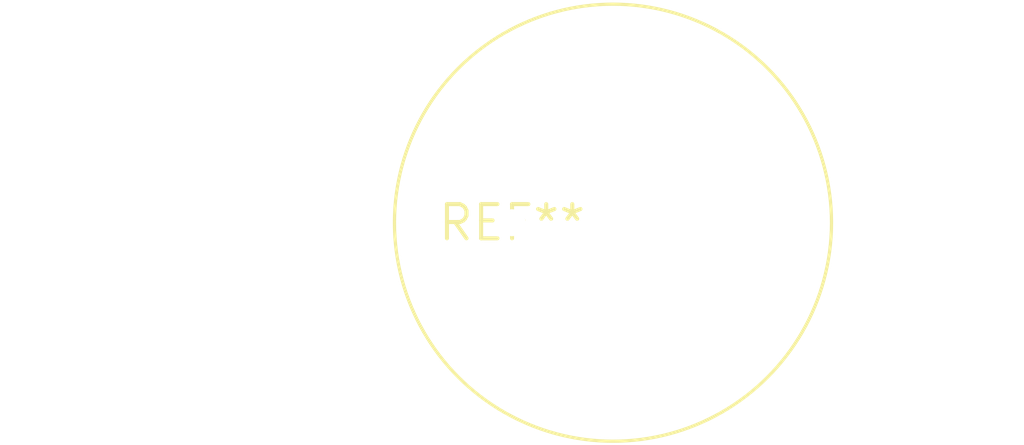
<source format=kicad_pcb>
(kicad_pcb (version 20240108) (generator pcbnew)
  (layers (0 "F.Cu" signal) (31 "B.Cu" signal) (34 "B.Paste" user) (35 "F.Paste" user) (36 "B.SilkS" user "B.Silkscreen") (37 "F.SilkS" user "F.Silkscreen") (38 "B.Mask" user) (39 "F.Mask" user) (44 "Edge.Cuts" user))
  (net 0 "")
  (footprint "C_Radial_D16.0mm_H31.5mm_P7.50mm" (layer "F.Cu") (at 0 0)
    (property "Reference" "REF**")
    (property "Value" "C_Radial_D16.0mm_H31.5mm_P7.50mm")
    (fp_circle (center 3.75 0) (end 11.87 0) (layer "F.SilkS") (stroke (width 0.12)) (fill none))
    (pad "1" thru_hole circle (at 0 0) (size 2 2) (drill 1) (layers *.Cu *.Mask) (remove_unused_layers))
    (pad "2" thru_hole circle (at 7.5 0) (size 2 2) (drill 1) (layers *.Cu *.Mask) (remove_unused_layers))
  )
)
</source>
